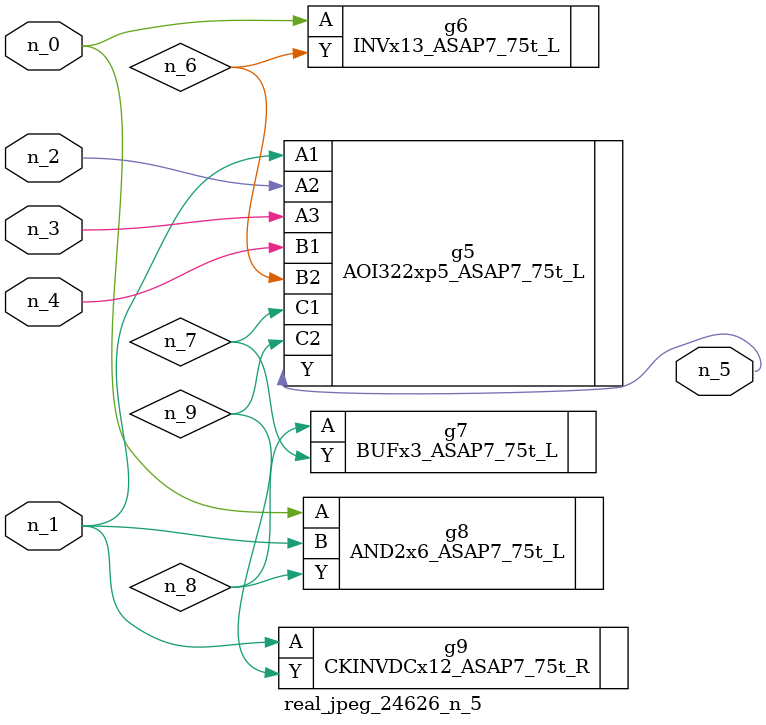
<source format=v>
module real_jpeg_24626_n_5 (n_4, n_0, n_1, n_2, n_3, n_5);

input n_4;
input n_0;
input n_1;
input n_2;
input n_3;

output n_5;

wire n_8;
wire n_6;
wire n_7;
wire n_9;

INVx13_ASAP7_75t_L g6 ( 
.A(n_0),
.Y(n_6)
);

AND2x6_ASAP7_75t_L g8 ( 
.A(n_0),
.B(n_1),
.Y(n_8)
);

AOI322xp5_ASAP7_75t_L g5 ( 
.A1(n_1),
.A2(n_2),
.A3(n_3),
.B1(n_4),
.B2(n_6),
.C1(n_7),
.C2(n_9),
.Y(n_5)
);

CKINVDCx12_ASAP7_75t_R g9 ( 
.A(n_1),
.Y(n_9)
);

BUFx3_ASAP7_75t_L g7 ( 
.A(n_8),
.Y(n_7)
);


endmodule
</source>
